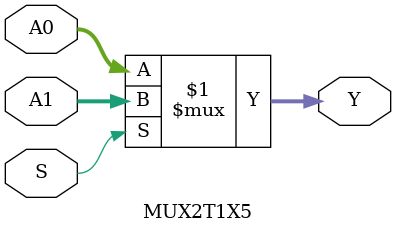
<source format=v>
`timescale 1ns / 1ps

module MUX2T1X5(
    input [4: 0] A0,
    input [4: 0] A1,
    input S,
    output [4: 0]Y);
    
    assign Y = S ? A1 : A0;
endmodule

</source>
